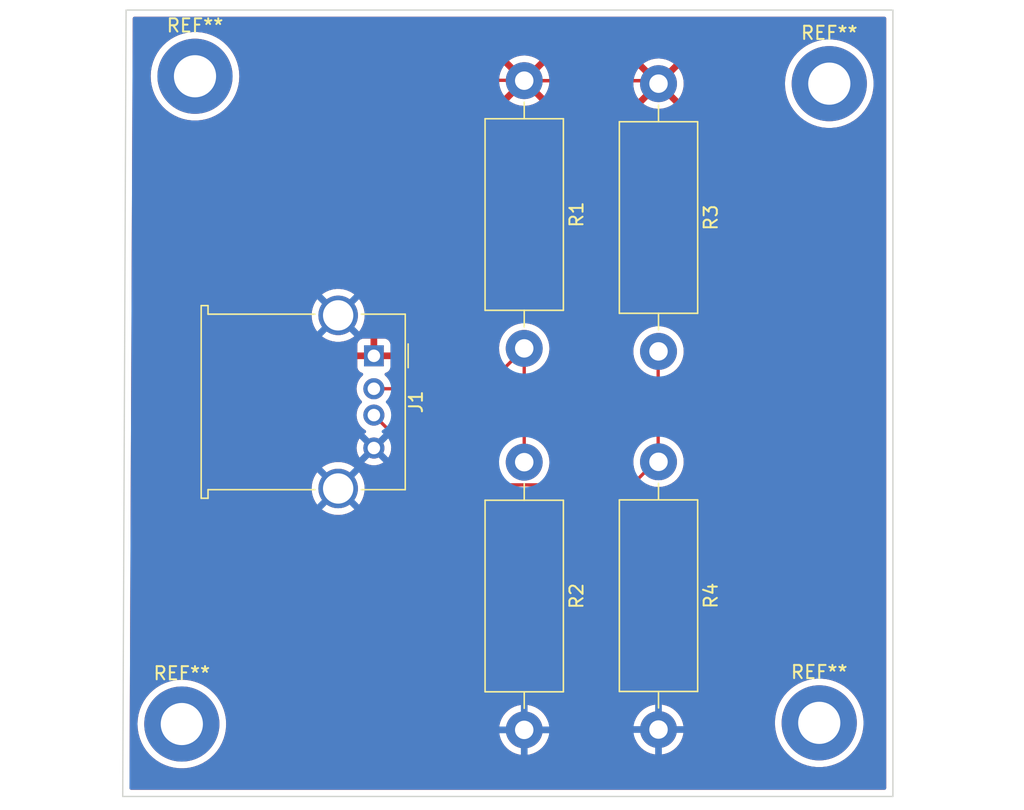
<source format=kicad_pcb>
(kicad_pcb (version 20211014) (generator pcbnew)
  (layers (0 "F.Cu" signal) (31 "B.Cu" signal) (34 "B.Paste" user) (35 "F.Paste" user) (36 "B.SilkS" user "B.Silkscreen") (37 "F.SilkS" user "F.Silkscreen") (38 "B.Mask" user) (39 "F.Mask" user) (44 "Edge.Cuts" user))
  (net 0 "")
  (net 1 "+5VP")
  (net 2 "Net-(J1-Pad2)")
  (net 3 "Net-(J1-Pad3)")
  (net 4 "GND")
  (footprint "Resistor_THT:R_Axial_DIN0614_L14.3mm_D5.7mm_P20.32mm_Horizontal" (layer "F.Cu") (at 124.434 88.418 -90)
    (fp_text reference "R2" (at 10.16 -3.97 90) (layer "F.SilkS"))
    (fp_text value "51k")
    (fp_line (start 17.43 -2.97) (end 2.89 -2.97) (layer "F.SilkS") (width 0.12))
    (fp_line (start 2.89 -2.97) (end 2.89 2.97) (layer "F.SilkS") (width 0.12))
    (fp_line (start 18.68 0) (end 17.43 0) (layer "F.SilkS") (width 0.12))
    (fp_line (start 2.89 2.97) (end 17.43 2.97) (layer "F.SilkS") (width 0.12))
    (fp_line (start 17.43 2.97) (end 17.43 -2.97) (layer "F.SilkS") (width 0.12))
    (fp_line (start 1.64 0) (end 2.89 0) (layer "F.SilkS") (width 0.12))
    (pad "1" thru_hole circle (at 0 0 270) (size 2.8 2.8) (drill 1.4) (layers *.Cu *.Mask) (net 2 "Net-(J1-Pad2)"))
    (pad "2" thru_hole oval (at 20.32 0 270) (size 2.8 2.8) (drill 1.4) (layers *.Cu *.Mask) (net 4 "GND"))
  )
  (footprint "Connector_USB:USB_A_Molex_67643_Horizontal" (layer "F.Cu") (at 113.03 80.346 -90)
    (fp_text reference "J1" (at 3.5 -3.19 90) (layer "F.SilkS"))
    (fp_text value "USB_A")
    (fp_line (start 10.16 -2.38) (end 10.16 0.95) (layer "F.SilkS") (width 0.12))
    (fp_line (start 10.81 13.1) (end 10.81 12.58) (layer "F.SilkS") (width 0.12))
    (fp_line (start -0.9 -2.6) (end 0.9 -2.6) (layer "F.SilkS") (width 0.12))
    (fp_line (start -3.81 13.1) (end 10.81 13.1) (layer "F.SilkS") (width 0.12))
    (fp_line (start -3.16 -2.38) (end -3.16 0.95) (layer "F.SilkS") (width 0.12))
    (fp_line (start -3.16 12.58) (end -3.81 12.58) (layer "F.SilkS") (width 0.12))
    (fp_line (start 10.81 12.58) (end 10.16 12.58) (layer "F.SilkS") (width 0.12))
    (fp_line (start -3.81 12.58) (end -3.81 13.1) (layer "F.SilkS") (width 0.12))
    (fp_line (start 10.16 4.47) (end 10.16 12.58) (layer "F.SilkS") (width 0.12))
    (fp_line (start -3.16 12.58) (end -3.16 4.47) (layer "F.SilkS") (width 0.12))
    (fp_line (start -3.16 -2.38) (end 10.16 -2.38) (layer "F.SilkS") (width 0.12))
    (pad "1" thru_hole rect (at 0 0 270) (size 1.6 1.5) (drill 0.95) (layers *.Cu *.Mask) (net 1 "+5VP"))
    (pad "2" thru_hole circle (at 2.5 0 270) (size 1.6 1.6) (drill 0.95) (layers *.Cu *.Mask) (net 2 "Net-(J1-Pad2)"))
    (pad "3" thru_hole circle (at 4.5 0 270) (size 1.6 1.6) (drill 0.95) (layers *.Cu *.Mask) (net 3 "Net-(J1-Pad3)"))
    (pad "4" thru_hole circle (at 7 0 270) (size 1.6 1.6) (drill 0.95) (layers *.Cu *.Mask) (net 4 "GND"))
    (pad "5" thru_hole circle (at -3.07 2.71 270) (size 3 3) (drill 2.3) (layers *.Cu *.Mask) (net 4 "GND"))
    (pad "5" thru_hole circle (at 10.07 2.71 270) (size 3 3) (drill 2.3) (layers *.Cu *.Mask) (net 4 "GND"))
  )
  (footprint "Resistor_THT:R_Axial_DIN0614_L14.3mm_D5.7mm_P20.32mm_Horizontal" (layer "F.Cu") (at 124.434 59.462 -90)
    (fp_text reference "R1" (at 10.16 -3.97 90) (layer "F.SilkS"))
    (fp_text value "39k")
    (fp_line (start 2.89 2.97) (end 17.43 2.97) (layer "F.SilkS") (width 0.12))
    (fp_line (start 1.64 0) (end 2.89 0) (layer "F.SilkS") (width 0.12))
    (fp_line (start 2.89 -2.97) (end 2.89 2.97) (layer "F.SilkS") (width 0.12))
    (fp_line (start 17.43 -2.97) (end 2.89 -2.97) (layer "F.SilkS") (width 0.12))
    (fp_line (start 17.43 2.97) (end 17.43 -2.97) (layer "F.SilkS") (width 0.12))
    (fp_line (start 18.68 0) (end 17.43 0) (layer "F.SilkS") (width 0.12))
    (pad "1" thru_hole circle (at 0 0 270) (size 2.8 2.8) (drill 1.4) (layers *.Cu *.Mask) (net 1 "+5VP"))
    (pad "2" thru_hole oval (at 20.32 0 270) (size 2.8 2.8) (drill 1.4) (layers *.Cu *.Mask) (net 2 "Net-(J1-Pad2)"))
  )
  (footprint "MountingHole:MountingHole_3.2mm_M3_ISO7380_Pad" (layer "F.Cu") (at 99.462 59.128)
    (fp_text reference "REF**" (at 0 -3.85) (layer "F.SilkS"))
    (fp_text value "MountingHole_3.2mm_M3_ISO7380_Pad")
    (pad "1" thru_hole circle (at 0 0) (size 5.7 5.7) (drill 3.2) (layers *.Cu *.Mask))
  )
  (footprint "MountingHole:MountingHole_3.2mm_M3_ISO7380_Pad" (layer "F.Cu") (at 146.812 108.204)
    (fp_text reference "REF**" (at 0 -3.85) (layer "F.SilkS"))
    (fp_text value "MountingHole_3.2mm_M3_ISO7380_Pad")
    (pad "1" thru_hole circle (at 0 0) (size 5.7 5.7) (drill 3.2) (layers *.Cu *.Mask))
  )
  (footprint "Resistor_THT:R_Axial_DIN0614_L14.3mm_D5.7mm_P20.32mm_Horizontal" (layer "F.Cu") (at 134.62 88.392 -90)
    (fp_text reference "R4" (at 10.16 -3.97 90) (layer "F.SilkS"))
    (fp_text value "39k")
    (fp_line (start 2.89 -2.97) (end 2.89 2.97) (layer "F.SilkS") (width 0.12))
    (fp_line (start 18.68 0) (end 17.43 0) (layer "F.SilkS") (width 0.12))
    (fp_line (start 17.43 2.97) (end 17.43 -2.97) (layer "F.SilkS") (width 0.12))
    (fp_line (start 17.43 -2.97) (end 2.89 -2.97) (layer "F.SilkS") (width 0.12))
    (fp_line (start 1.64 0) (end 2.89 0) (layer "F.SilkS") (width 0.12))
    (fp_line (start 2.89 2.97) (end 17.43 2.97) (layer "F.SilkS") (width 0.12))
    (pad "1" thru_hole circle (at 0 0 270) (size 2.8 2.8) (drill 1.4) (layers *.Cu *.Mask) (net 3 "Net-(J1-Pad3)"))
    (pad "2" thru_hole oval (at 20.32 0 270) (size 2.8 2.8) (drill 1.4) (layers *.Cu *.Mask) (net 4 "GND"))
  )
  (footprint "MountingHole:MountingHole_3.2mm_M3_ISO7380_Pad" (layer "F.Cu") (at 147.574 59.69)
    (fp_text reference "REF**" (at 0 -3.85) (layer "F.SilkS"))
    (fp_text value "MountingHole_3.2mm_M3_ISO7380_Pad")
    (pad "1" thru_hole circle (at 0 0) (size 5.7 5.7) (drill 3.2) (layers *.Cu *.Mask))
  )
  (footprint "Resistor_THT:R_Axial_DIN0614_L14.3mm_D5.7mm_P20.32mm_Horizontal" (layer "F.Cu") (at 134.62 59.69 -90)
    (fp_text reference "R3" (at 10.16 -3.97 90) (layer "F.SilkS"))
    (fp_text value "51k")
    (fp_line (start 1.64 0) (end 2.89 0) (layer "F.SilkS") (width 0.12))
    (fp_line (start 2.89 2.97) (end 17.43 2.97) (layer "F.SilkS") (width 0.12))
    (fp_line (start 18.68 0) (end 17.43 0) (layer "F.SilkS") (width 0.12))
    (fp_line (start 17.43 2.97) (end 17.43 -2.97) (layer "F.SilkS") (width 0.12))
    (fp_line (start 17.43 -2.97) (end 2.89 -2.97) (layer "F.SilkS") (width 0.12))
    (fp_line (start 2.89 -2.97) (end 2.89 2.97) (layer "F.SilkS") (width 0.12))
    (pad "1" thru_hole circle (at 0 0 270) (size 2.8 2.8) (drill 1.4) (layers *.Cu *.Mask) (net 1 "+5VP"))
    (pad "2" thru_hole oval (at 20.32 0 270) (size 2.8 2.8) (drill 1.4) (layers *.Cu *.Mask) (net 3 "Net-(J1-Pad3)"))
  )
  (footprint "MountingHole:MountingHole_3.2mm_M3_ISO7380_Pad" (layer "F.Cu") (at 98.462 108.294)
    (fp_text reference "REF**" (at 0 -3.85) (layer "F.SilkS"))
    (fp_text value "MountingHole_3.2mm_M3_ISO7380_Pad")
    (pad "1" thru_hole circle (at 0 0) (size 5.7 5.7) (drill 3.2) (layers *.Cu *.Mask))
  )
  (gr_line (start 152.4 54.102) (end 152.4 113.792) (layer "Edge.Cuts") (width 0.1))
  (gr_line (start 93.98 113.792) (end 94.234 54.102) (layer "Edge.Cuts") (width 0.1))
  (gr_line (start 94.234 54.102) (end 152.4 54.102) (layer "Edge.Cuts") (width 0.1))
  (gr_line (start 152.4 113.792) (end 93.98 113.792) (layer "Edge.Cuts") (width 0.1))
  (segment (start 124.408 59.436) (end 124.434 59.462) (width 0.25) (layer "F.Cu") (net 1))
  (segment (start 124.434 59.462) (end 134.392 59.462) (width 0.25) (layer "F.Cu") (net 1))
  (segment (start 124.434 59.462) (end 134.594 59.462) (width 0.25) (layer "F.Cu") (net 1))
  (segment (start 118.11 59.436) (end 124.408 59.436) (width 0.25) (layer "F.Cu") (net 1))
  (segment (start 134.392 59.462) (end 134.62 59.69) (width 0.25) (layer "F.Cu") (net 1))
  (segment (start 113.03 64.516) (end 118.11 59.436) (width 0.25) (layer "F.Cu") (net 1))
  (segment (start 113.03 80.346) (end 113.03 64.516) (width 0.25) (layer "F.Cu") (net 1))
  (segment (start 113.03 82.846) (end 121.37 82.846) (width 0.25) (layer "F.Cu") (net 2))
  (segment (start 124.434 88.418) (end 124.434 79.782) (width 0.25) (layer "F.Cu") (net 2))
  (segment (start 121.37 82.846) (end 124.434 79.782) (width 0.25) (layer "F.Cu") (net 2))
  (segment (start 132.615 90.143) (end 134.594 88.164) (width 0.25) (layer "F.Cu") (net 3))
  (segment (start 134.594 88.164) (end 134.594 79.782) (width 0.25) (layer "F.Cu") (net 3))
  (segment (start 113.03 84.846) (end 118.327 90.143) (width 0.25) (layer "F.Cu") (net 3))
  (segment (start 118.327 90.143) (end 132.615 90.143) (width 0.25) (layer "F.Cu") (net 3))
  (segment (start 124.434 108.738) (end 134.594 108.738) (width 0.25) (layer "F.Cu") (net 4))
  (zone (net 1) (net_name "+5VP") (layer "F.Cu") (connect_pads (clearance 0.508)) (min_thickness 0.254) (fill yes (thermal_gap 0.508) (thermal_bridge_width 0.508))
    (polygon (pts (xy 153.67 114.808) (xy 93.218 114.808) (xy 93.472 53.34) (xy 153.67 53.34)))
  )
  (zone (net 4) (net_name "GND") (layer "B.Cu") (connect_pads (clearance 0.508)) (min_thickness 0.254) (fill yes (thermal_gap 0.508) (thermal_bridge_width 0.508))
    (polygon (pts (xy 153.162 53.848) (xy 152.908 113.792) (xy 93.98 113.792) (xy 93.726 53.848)))
  )
)
</source>
